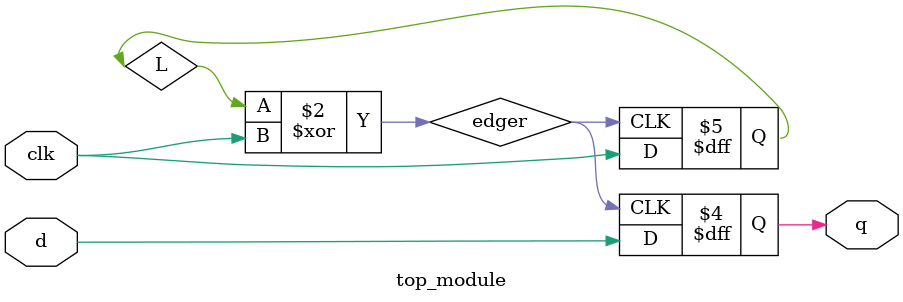
<source format=sv>
module top_module (
    input clk,
    input d,
    output q
);
    reg L;
    wire edger;
    always @(posedge edger) begin
        L<=clk;
    end
    assign edger = L^clk;
    always @(posedge edger) begin
        q=d;
    end

endmodule

</source>
